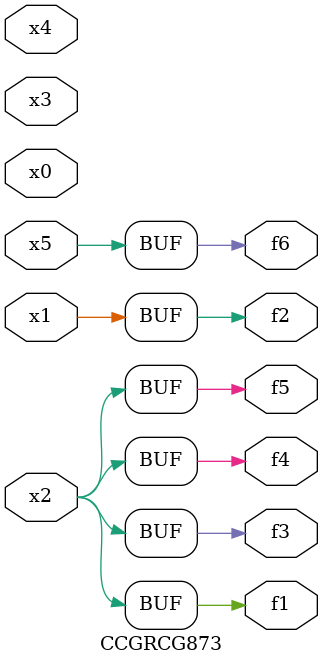
<source format=v>
module CCGRCG873(
	input x0, x1, x2, x3, x4, x5,
	output f1, f2, f3, f4, f5, f6
);
	assign f1 = x2;
	assign f2 = x1;
	assign f3 = x2;
	assign f4 = x2;
	assign f5 = x2;
	assign f6 = x5;
endmodule

</source>
